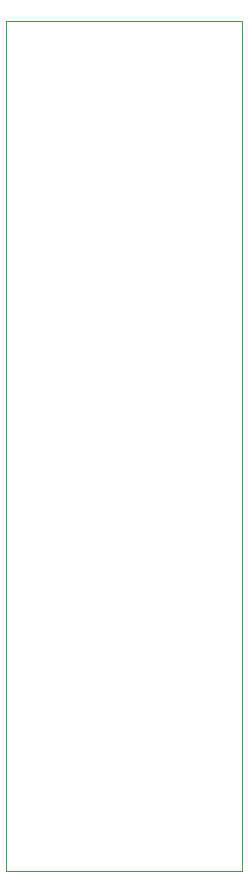
<source format=gbr>
G04 #@! TF.GenerationSoftware,KiCad,Pcbnew,5.1.5+dfsg1-2build2*
G04 #@! TF.CreationDate,2021-07-28T21:36:02-05:00*
G04 #@! TF.ProjectId,DIN_RAIL_POE_INJECTOR_SLIM,44494e5f-5241-4494-9c5f-504f455f494e,rev?*
G04 #@! TF.SameCoordinates,Original*
G04 #@! TF.FileFunction,Profile,NP*
%FSLAX46Y46*%
G04 Gerber Fmt 4.6, Leading zero omitted, Abs format (unit mm)*
G04 Created by KiCad (PCBNEW 5.1.5+dfsg1-2build2) date 2021-07-28 21:36:02*
%MOMM*%
%LPD*%
G04 APERTURE LIST*
%ADD10C,0.050000*%
G04 APERTURE END LIST*
D10*
X129000000Y-100000000D02*
X129000000Y-172000000D01*
X109000000Y-100000000D02*
X109000000Y-172000000D01*
X109000000Y-172000000D02*
X129000000Y-172000000D01*
X109000000Y-100000000D02*
X129000000Y-100000000D01*
M02*

</source>
